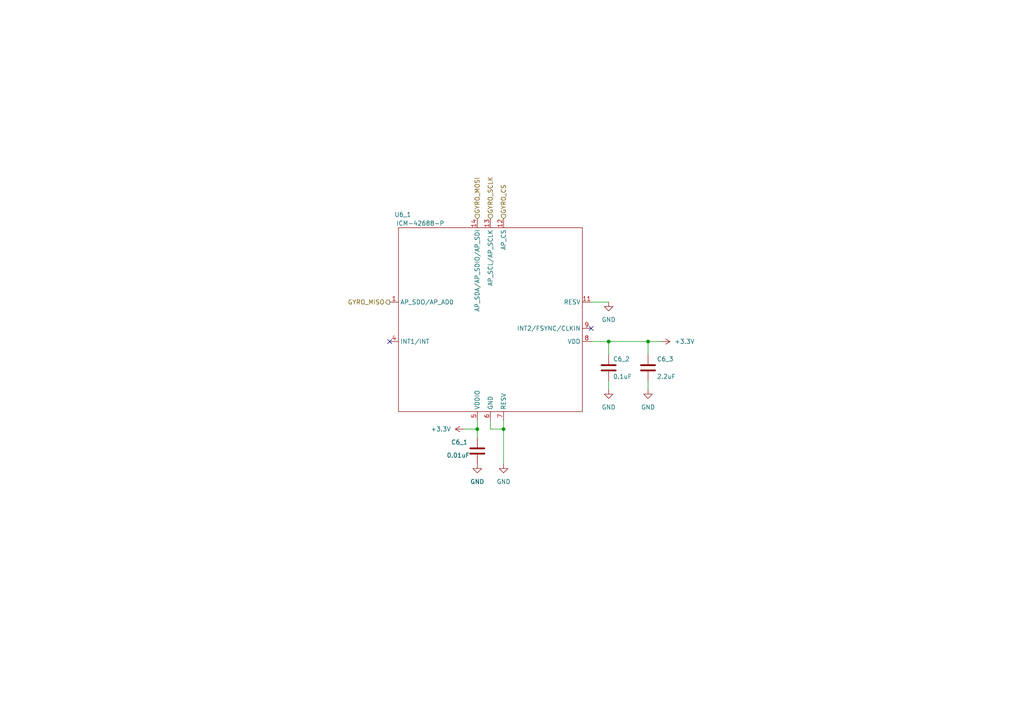
<source format=kicad_sch>
(kicad_sch (version 20230121) (generator eeschema)
  (paper "A4")
  (lib_symbols
    (symbol "Device:C" (pin_numbers hide) (pin_names (offset 0.254))
      (property "Reference" "C" (at 0.635 2.54 0))
      (property "Value" "C" (at 0.635 -2.54 0))
      (symbol "C_0_1"
        (polyline (pts (xy -2.032 -0.762) (xy 2.032 -0.762)) (stroke (width 0.508)))
        (polyline (pts (xy -2.032 0.762) (xy 2.032 0.762)) (stroke (width 0.508)))
      )
      (symbol "C_1_1"
        (pin passive line (at 0 3.81 270) (length 2.794) (name "~") (number "1"))
        (pin passive line (at 0 -3.81 90) (length 2.794) (name "~") (number "2"))
      )
    )
    (symbol "ICM-42688-P:ICM-42688-P"
      (property "Reference" "U" (at 0 0 0))
      (property "Value" "ICM-42688-P" (at 29.21 -30.48 0))
      (symbol "ICM-42688-P_0_1"
        (rectangle (start 2.54 -2.54) (end 55.88 -55.88))
      )
      (symbol "ICM-42688-P_1_1"
        (pin output line (at 0 -24.13 0) (length 2.54) (name "AP_SDO/AP_AD0") (number "1"))
        (pin no_connect line (at 58.42 -27.94 180) (length 2.54) hide (name "RESV") (number "10"))
        (pin input line (at 58.42 -24.13 180) (length 2.54) (name "RESV") (number "11"))
        (pin input line (at 33.02 0 270) (length 2.54) (name "AP_CS") (number "12"))
        (pin input line (at 29.21 0 270) (length 2.54) (name "AP_SCL/AP_SCLK") (number "13"))
        (pin input line (at 25.4 0 270) (length 2.54) (name "AP_SDA/AP_SDIO/AP_SDI") (number "14"))
        (pin no_connect line (at 0 -27.94 0) (length 2.54) hide (name "RESV") (number "2"))
        (pin no_connect line (at 0 -31.75 0) (length 2.54) hide (name "RESV") (number "3"))
        (pin output line (at 0 -35.56 0) (length 2.54) (name "INT1/INT") (number "4"))
        (pin power_in line (at 25.4 -58.42 90) (length 2.54) (name "VDDIO") (number "5"))
        (pin power_in line (at 29.21 -58.42 90) (length 2.54) (name "GND") (number "6"))
        (pin input line (at 33.02 -58.42 90) (length 2.54) (name "RESV") (number "7"))
        (pin power_in line (at 58.42 -35.56 180) (length 2.54) (name "VDD") (number "8"))
        (pin output line (at 58.42 -31.75 180) (length 2.54) (name "INT2/FSYNC/CLKIN") (number "9"))
      )
    )
    (symbol "power:+3.3V" (power) (pin_names (offset 0))
      (property "Value" "+3.3V" (at 0 3.556 0))
      (symbol "+3.3V_0_1"
        (polyline (pts (xy -0.762 1.27) (xy 0 2.54)))
        (polyline (pts (xy 0 0) (xy 0 2.54)))
        (polyline (pts (xy 0 2.54) (xy 0.762 1.27)))
      )
      (symbol "+3.3V_1_1"
        (pin power_in line (at 0 0 90) (length 0) hide (name "+3.3V") (number "1"))
      )
    )
    (symbol "power:GND" (power) (pin_names (offset 0))
      (property "Value" "GND" (at 0 -3.81 0))
      (symbol "GND_0_1"
        (polyline (pts (xy 0 0) (xy 0 -1.27) (xy 1.27 -1.27) (xy 0 -2.54) (xy -1.27 -1.27) (xy 0 -1.27)))
      )
      (symbol "GND_1_1"
        (pin power_in line (at 0 0 270) (length 0) hide (name "GND") (number "1"))
      )
    )
  )
  (junction (at 138.43 124.46))
  (junction (at 187.96 99.06))
  (junction (at 176.53 99.06))
  (junction (at 146.05 124.46))
  (no_connect (at 113.03 99.06))
  (no_connect (at 171.45 95.25))
  (wire (pts (xy 138.43 121.92) (xy 138.43 124.46)))
  (wire (pts (xy 142.24 124.46) (xy 146.05 124.46)))
  (wire (pts (xy 146.05 124.46) (xy 146.05 121.92)))
  (wire (pts (xy 146.05 124.46) (xy 146.05 134.62)))
  (wire (pts (xy 176.53 110.49) (xy 176.53 113.03)))
  (wire (pts (xy 134.62 124.46) (xy 138.43 124.46)))
  (wire (pts (xy 176.53 99.06) (xy 187.96 99.06)))
  (wire (pts (xy 171.45 87.63) (xy 176.53 87.63)))
  (wire (pts (xy 171.45 99.06) (xy 176.53 99.06)))
  (wire (pts (xy 138.43 124.46) (xy 138.43 127)))
  (wire (pts (xy 187.96 110.49) (xy 187.96 113.03)))
  (wire (pts (xy 187.96 99.06) (xy 187.96 102.87)))
  (wire (pts (xy 176.53 99.06) (xy 176.53 102.87)))
  (wire (pts (xy 142.24 121.92) (xy 142.24 124.46)))
  (wire (pts (xy 187.96 99.06) (xy 191.77 99.06)))
  (hierarchical_label "GYRO_SCLK" (shape input) (at 142.24 63.5 90))
  (hierarchical_label "GYRO_MOSI" (shape input) (at 138.43 63.5 90))
  (hierarchical_label "GYRO_MISO" (shape output) (at 113.03 87.63 180))
  (hierarchical_label "GYRO_CS" (shape input) (at 146.05 63.5 90))
  (symbol (lib_id "power:GND") (at 187.96 113.03 0) (unit 1)
    (property "Reference" "#PWR060" (effects hide))
    (property "Value" "GND" (at 187.96 118.11 0))
  )
  (symbol (lib_id "Device:C") (at 138.43 130.81 0) (unit 1)
    (property "Reference" "C6_1" (at 130.81 128.27 0) (effects (justify left)))
    (property "Value" "0.01uF" (at 129.54 132.08 0) (effects (justify left)))
  )
  (symbol (lib_id "ICM-42688-P:ICM-42688-P") (at 113.03 63.5 0) (unit 1)
    (property "Reference" "U6_1" (at 116.84 62.23 0))
    (property "Value" "ICM-42688-P" (at 121.92 64.77 0))
  )
  (symbol (lib_id "power:+3.3V") (at 191.77 99.06 270) (unit 1)
    (property "Reference" "#PWR056" (effects hide))
    (property "Value" "+3.3V" (at 195.58 99.06 90) (effects (justify left)))
  )
  (symbol (lib_id "power:GND") (at 176.53 113.03 0) (unit 1)
    (property "Reference" "#PWR059" (effects hide))
    (property "Value" "GND" (at 176.53 118.11 0))
  )
  (symbol (lib_id "power:GND") (at 176.53 87.63 0) (unit 1)
    (property "Reference" "#PWR055" (effects hide))
    (property "Value" "GND" (at 176.53 92.71 0))
  )
  (symbol (lib_id "Device:C") (at 187.96 106.68 0) (unit 1)
    (property "Reference" "C6_3" (at 190.5 104.14 0) (effects (justify left)))
    (property "Value" "2.2uF" (at 190.5 109.22 0) (effects (justify left)))
  )
  (symbol (lib_id "power:GND") (at 138.43 134.62 0) (unit 1)
    (property "Reference" "#PWR058" (effects hide))
    (property "Value" "GND" (at 138.43 139.7 0))
  )
  (symbol (lib_id "power:GND") (at 146.05 134.62 0) (unit 1)
    (property "Reference" "#PWR054" (effects hide))
    (property "Value" "GND" (at 146.05 139.7 0))
  )
  (symbol (lib_id "Device:C") (at 176.53 106.68 0) (unit 1)
    (property "Reference" "C6_2" (at 177.8 104.14 0) (effects (justify left)))
    (property "Value" "0.1uF" (at 177.8 109.22 0) (effects (justify left)))
  )
  (symbol (lib_id "power:+3.3V") (at 134.62 124.46 90) (unit 1)
    (property "Reference" "#PWR057" (effects hide))
    (property "Value" "+3.3V" (at 130.81 124.46 90) (effects (justify left)))
  )
)
</source>
